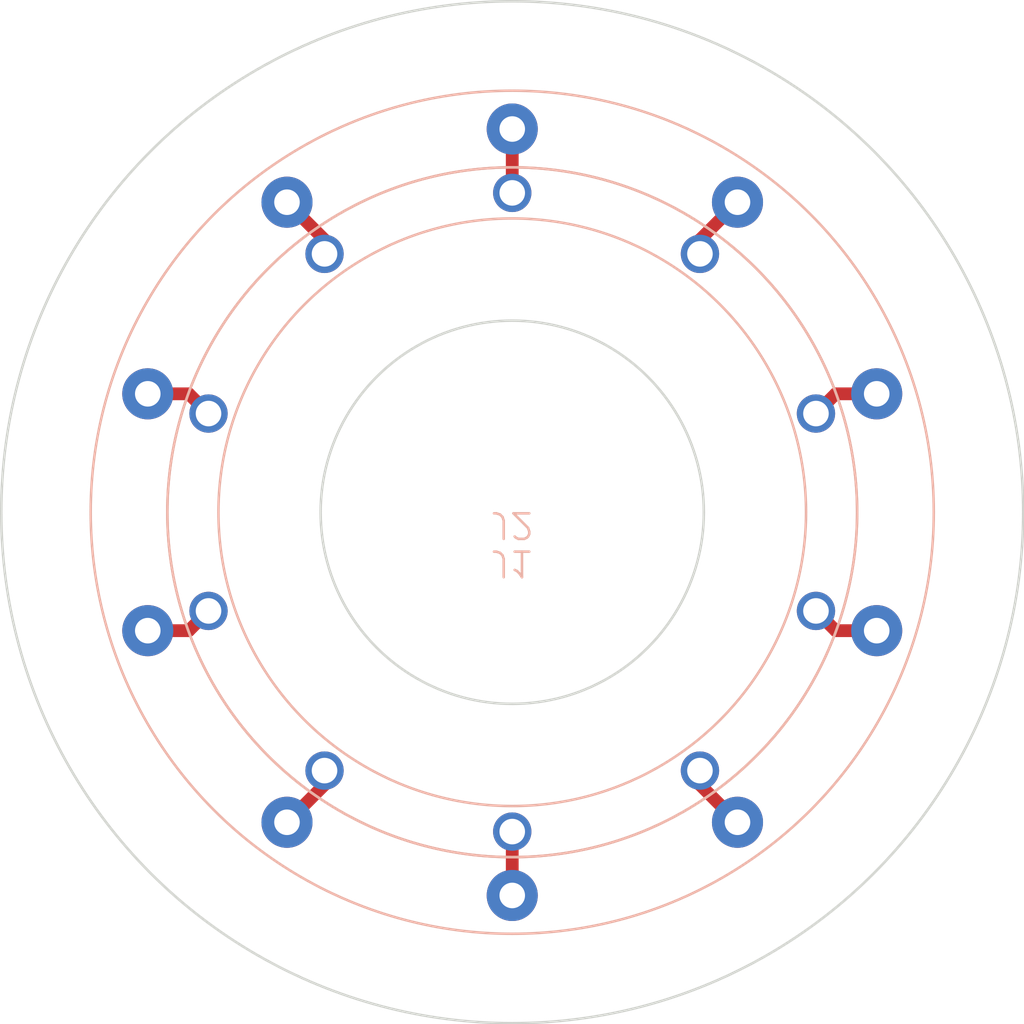
<source format=kicad_pcb>
(kicad_pcb (version 20221018) (generator pcbnew)
  (layers (0 "F.Cu" signal) (31 "B.Cu" signal) (34 "B.Paste" user) (35 "F.Paste" user) (36 "B.SilkS" user "B.Silkscreen") (37 "F.SilkS" user "F.Silkscreen") (38 "B.Mask" user) (39 "F.Mask" user) (44 "Edge.Cuts" user))
  (net 0 "")
  (net 1 "GND")
  (net 2 "DET_out")
  (net 3 "DET_in")
  (net 4 "CLK_2")
  (net 5 "MISO_2")
  (net 6 "MOSI_2")
  (net 7 "CLK_1")
  (net 8 "MISO_1")
  (net 9 "MOSI_1")
  (net 10 "Vin")
  (footprint "My_library:BreakawayCon_Wire" (layer "B.Cu") (at 100 100)
    (fp_text reference "J2" (at 0 0.5 180 unlocked) (layer "B.SilkS") (effects (font (thickness 0.1)) (justify mirror)))
    (fp_text value "Conn_01x10")
    (fp_circle (center 0 0) (end 11.5 0) (stroke (width 0.1)) (fill none) (layer "B.SilkS"))
    (fp_circle (center 0 0) (end 13.5 0) (stroke (width 0.1)) (fill none) (layer "B.SilkS"))
    (pad "1" thru_hole circle (at 0 -12.5) (size 1.5 1.5) (drill 1) (layers "*.Cu" "*.Mask") (net 1 "GND"))
    (pad "2" thru_hole circle (at -7.3473 -10.1127) (size 1.5 1.5) (drill 1) (layers "*.Cu" "*.Mask") (net 2 "DET_out"))
    (pad "3" thru_hole circle (at -11.8882 -3.8627) (size 1.5 1.5) (drill 1) (layers "*.Cu" "*.Mask") (net 3 "DET_in"))
    (pad "4" thru_hole circle (at -11.8882 3.8627) (size 1.5 1.5) (drill 1) (layers "*.Cu" "*.Mask") (net 4 "CLK_2"))
    (pad "5" thru_hole circle (at -7.3473 10.1127) (size 1.5 1.5) (drill 1) (layers "*.Cu" "*.Mask") (net 5 "MISO_2"))
    (pad "6" thru_hole circle (at 0 12.5) (size 1.5 1.5) (drill 1) (layers "*.Cu" "*.Mask") (net 6 "MOSI_2"))
    (pad "7" thru_hole circle (at 7.3473 10.1127) (size 1.5 1.5) (drill 1) (layers "*.Cu" "*.Mask") (net 7 "CLK_1"))
    (pad "8" thru_hole circle (at 11.8882 3.8627) (size 1.5 1.5) (drill 1) (layers "*.Cu" "*.Mask") (net 8 "MISO_1"))
    (pad "9" thru_hole circle (at 11.8882 -3.8627) (size 1.5 1.5) (drill 1) (layers "*.Cu" "*.Mask") (net 9 "MOSI_1"))
    (pad "10" thru_hole circle (at 7.3473 -10.1127) (size 1.5 1.5) (drill 1) (layers "*.Cu" "*.Mask") (net 10 "Vin"))
  )
  (footprint "My_library:PogoPin" (layer "B.Cu") (at 100 100)
    (fp_text reference "J1" (at 0 2 180 unlocked) (layer "B.SilkS") (effects (font (thickness 0.1)) (justify mirror)))
    (fp_text value "Conn_01x10")
    (fp_circle (center 0 0) (end 13.5 0) (stroke (width 0.1)) (fill none) (layer "B.SilkS"))
    (fp_circle (center 0 0) (end 16.5 0) (stroke (width 0.1)) (fill none) (layer "B.SilkS"))
    (pad "1" thru_hole circle (at 0 -15) (size 2 2) (drill 1) (layers "*.Cu" "*.Mask") (net 1 "GND"))
    (pad "2" thru_hole circle (at -8.8168 -12.1353) (size 2 2) (drill 1) (layers "*.Cu" "*.Mask") (net 2 "DET_out"))
    (pad "3" thru_hole circle (at -14.2658 -4.6353) (size 2 2) (drill 1) (layers "*.Cu" "*.Mask") (net 3 "DET_in"))
    (pad "4" thru_hole circle (at -14.2658 4.6353) (size 2 2) (drill 1) (layers "*.Cu" "*.Mask") (net 4 "CLK_2"))
    (pad "5" thru_hole circle (at -8.8168 12.1353) (size 2 2) (drill 1) (layers "*.Cu" "*.Mask") (net 5 "MISO_2"))
    (pad "6" thru_hole circle (at 0 15) (size 2 2) (drill 1) (layers "*.Cu" "*.Mask") (net 6 "MOSI_2"))
    (pad "7" thru_hole circle (at 8.8168 12.1353) (size 2 2) (drill 1) (layers "*.Cu" "*.Mask") (net 7 "CLK_1"))
    (pad "8" thru_hole circle (at 14.2658 4.6353) (size 2 2) (drill 1) (layers "*.Cu" "*.Mask") (net 8 "MISO_1"))
    (pad "9" thru_hole circle (at 14.2658 -4.6353) (size 2 2) (drill 1) (layers "*.Cu" "*.Mask") (net 9 "MOSI_1"))
    (pad "10" thru_hole circle (at 8.8168 -12.1353) (size 2 2) (drill 1) (layers "*.Cu" "*.Mask") (net 10 "Vin"))
  )
  (gr_circle (center 100 100) (end 107.5 100) (stroke (width 0.1)) (fill none) (layer "Edge.Cuts"))
  (gr_circle (center 100 100) (end 120 100) (stroke (width 0.1)) (fill none) (layer "Edge.Cuts"))
  (segment (start 100 85) (end 100 87.5) (width 0.5) (layer "F.Cu") (net 1))
  (segment (start 92.6527 89.3342) (end 92.6527 89.8873) (width 0.5) (layer "F.Cu") (net 2))
  (segment (start 91.1832 87.8647) (end 92.6527 89.3342) (width 0.5) (layer "F.Cu") (net 2))
  (segment (start 85.7342 95.3647) (end 87.3392 95.3647) (width 0.5) (layer "F.Cu") (net 3))
  (segment (start 87.3392 95.3647) (end 88.1118 96.1373) (width 0.5) (layer "F.Cu") (net 3))
  (segment (start 85.7342 104.6353) (end 87.3392 104.6353) (width 0.5) (layer "F.Cu") (net 4))
  (segment (start 87.3392 104.6353) (end 88.1118 103.8627) (width 0.5) (layer "F.Cu") (net 4))
  (segment (start 92.6527 110.6658) (end 92.6527 110.1127) (width 0.5) (layer "F.Cu") (net 5))
  (segment (start 91.1832 112.1353) (end 92.6527 110.6658) (width 0.5) (layer "F.Cu") (net 5))
  (segment (start 100 115) (end 100 112.5) (width 0.5) (layer "F.Cu") (net 6))
  (segment (start 108.8168 112.1353) (end 107.3473 110.6658) (width 0.5) (layer "F.Cu") (net 7))
  (segment (start 107.3473 110.6658) (end 107.3473 110.1127) (width 0.5) (layer "F.Cu") (net 7))
  (segment (start 114.2658 104.6353) (end 112.6608 104.6353) (width 0.5) (layer "F.Cu") (net 8))
  (segment (start 112.6608 104.6353) (end 111.8882 103.8627) (width 0.5) (layer "F.Cu") (net 8))
  (segment (start 112.6608 95.3647) (end 111.8882 96.1373) (width 0.5) (layer "F.Cu") (net 9))
  (segment (start 114.2658 95.3647) (end 112.6608 95.3647) (width 0.5) (layer "F.Cu") (net 9))
  (segment (start 107.3473 89.3342) (end 107.3473 89.8873) (width 0.5) (layer "F.Cu") (net 10))
  (segment (start 108.8168 87.8647) (end 107.3473 89.3342) (width 0.5) (layer "F.Cu") (net 10))
)
</source>
